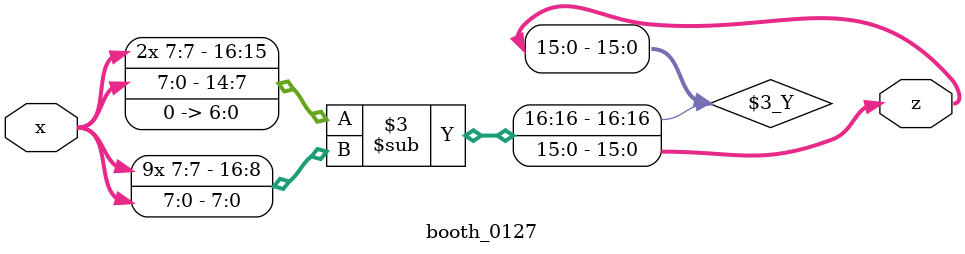
<source format=sv>
module booth__128
	#(parameter WIDTH = 8)
	(x, z);
	input signed [WIDTH-1:0] x;
	output [WIDTH*2-1:0] z;
	assign z = - (WIDTH*2)'((WIDTH*2+1)'(x) << 7);
endmodule

module booth__127
	#(parameter WIDTH = 8)
	(x, z);
	input signed [WIDTH-1:0] x;
	output [WIDTH*2-1:0] z;
	assign z = (WIDTH*2)'(((WIDTH*2+1)'(x) << 0) - ((WIDTH*2+1)'(x) << 7));
endmodule

module booth__126
	#(parameter WIDTH = 8)
	(x, z);
	input signed [WIDTH-1:0] x;
	output [WIDTH*2-1:0] z;
	assign z = (WIDTH*2)'(((WIDTH*2+1)'(x) << 1) - ((WIDTH*2+1)'(x) << 7));
endmodule

module booth__125
	#(parameter WIDTH = 8)
	(x, z);
	input signed [WIDTH-1:0] x;
	output [WIDTH*2-1:0] z;
	assign z = (WIDTH*2)'(((WIDTH*2+1)'(x) << 0) + ((WIDTH*2+1)'(x) << 1) - ((WIDTH*2+1)'(x) << 7));
endmodule

module booth__124
	#(parameter WIDTH = 8)
	(x, z);
	input signed [WIDTH-1:0] x;
	output [WIDTH*2-1:0] z;
	assign z = (WIDTH*2)'(((WIDTH*2+1)'(x) << 2) - ((WIDTH*2+1)'(x) << 7));
endmodule

module booth__123
	#(parameter WIDTH = 8)
	(x, z);
	input signed [WIDTH-1:0] x;
	output [WIDTH*2-1:0] z;
	assign z = (WIDTH*2)'(((WIDTH*2+1)'(x) << 0) + ((WIDTH*2+1)'(x) << 2) - ((WIDTH*2+1)'(x) << 7));
endmodule

module booth__122
	#(parameter WIDTH = 8)
	(x, z);
	input signed [WIDTH-1:0] x;
	output [WIDTH*2-1:0] z;
	assign z = (WIDTH*2)'(((WIDTH*2+1)'(x) << 1) + ((WIDTH*2+1)'(x) << 2) - ((WIDTH*2+1)'(x) << 7));
endmodule

module booth__121
	#(parameter WIDTH = 8)
	(x, z);
	input signed [WIDTH-1:0] x;
	output [WIDTH*2-1:0] z;
	assign z = (WIDTH*2)'(((WIDTH*2+1)'(x) << 3) - ((WIDTH*2+1)'(x) << 0) - ((WIDTH*2+1)'(x) << 7));
endmodule

module booth__120
	#(parameter WIDTH = 8)
	(x, z);
	input signed [WIDTH-1:0] x;
	output [WIDTH*2-1:0] z;
	assign z = (WIDTH*2)'(((WIDTH*2+1)'(x) << 3) - ((WIDTH*2+1)'(x) << 7));
endmodule

module booth__119
	#(parameter WIDTH = 8)
	(x, z);
	input signed [WIDTH-1:0] x;
	output [WIDTH*2-1:0] z;
	assign z = (WIDTH*2)'(((WIDTH*2+1)'(x) << 0) + ((WIDTH*2+1)'(x) << 3) - ((WIDTH*2+1)'(x) << 7));
endmodule

module booth__118
	#(parameter WIDTH = 8)
	(x, z);
	input signed [WIDTH-1:0] x;
	output [WIDTH*2-1:0] z;
	assign z = (WIDTH*2)'(((WIDTH*2+1)'(x) << 1) + ((WIDTH*2+1)'(x) << 3) - ((WIDTH*2+1)'(x) << 7));
endmodule

module booth__117
	#(parameter WIDTH = 8)
	(x, z);
	input signed [WIDTH-1:0] x;
	output [WIDTH*2-1:0] z;
	assign z = (WIDTH*2)'(((WIDTH*2+1)'(x) << 0) + ((WIDTH*2+1)'(x) << 1) + ((WIDTH*2+1)'(x) << 3) - ((WIDTH*2+1)'(x) << 7));
endmodule

module booth__116
	#(parameter WIDTH = 8)
	(x, z);
	input signed [WIDTH-1:0] x;
	output [WIDTH*2-1:0] z;
	assign z = (WIDTH*2)'(((WIDTH*2+1)'(x) << 2) + ((WIDTH*2+1)'(x) << 3) - ((WIDTH*2+1)'(x) << 7));
endmodule

module booth__115
	#(parameter WIDTH = 8)
	(x, z);
	input signed [WIDTH-1:0] x;
	output [WIDTH*2-1:0] z;
	assign z = (WIDTH*2)'(((WIDTH*2+1)'(x) << 0) + ((WIDTH*2+1)'(x) << 2) + ((WIDTH*2+1)'(x) << 3) - ((WIDTH*2+1)'(x) << 7));
endmodule

module booth__114
	#(parameter WIDTH = 8)
	(x, z);
	input signed [WIDTH-1:0] x;
	output [WIDTH*2-1:0] z;
	assign z = (WIDTH*2)'(((WIDTH*2+1)'(x) << 4) - ((WIDTH*2+1)'(x) << 1) - ((WIDTH*2+1)'(x) << 7));
endmodule

module booth__113
	#(parameter WIDTH = 8)
	(x, z);
	input signed [WIDTH-1:0] x;
	output [WIDTH*2-1:0] z;
	assign z = (WIDTH*2)'(((WIDTH*2+1)'(x) << 4) - ((WIDTH*2+1)'(x) << 0) - ((WIDTH*2+1)'(x) << 7));
endmodule

module booth__112
	#(parameter WIDTH = 8)
	(x, z);
	input signed [WIDTH-1:0] x;
	output [WIDTH*2-1:0] z;
	assign z = (WIDTH*2)'(((WIDTH*2+1)'(x) << 4) - ((WIDTH*2+1)'(x) << 7));
endmodule

module booth__111
	#(parameter WIDTH = 8)
	(x, z);
	input signed [WIDTH-1:0] x;
	output [WIDTH*2-1:0] z;
	assign z = (WIDTH*2)'(((WIDTH*2+1)'(x) << 0) + ((WIDTH*2+1)'(x) << 4) - ((WIDTH*2+1)'(x) << 7));
endmodule

module booth__110
	#(parameter WIDTH = 8)
	(x, z);
	input signed [WIDTH-1:0] x;
	output [WIDTH*2-1:0] z;
	assign z = (WIDTH*2)'(((WIDTH*2+1)'(x) << 1) + ((WIDTH*2+1)'(x) << 4) - ((WIDTH*2+1)'(x) << 7));
endmodule

module booth__109
	#(parameter WIDTH = 8)
	(x, z);
	input signed [WIDTH-1:0] x;
	output [WIDTH*2-1:0] z;
	assign z = (WIDTH*2)'(((WIDTH*2+1)'(x) << 0) + ((WIDTH*2+1)'(x) << 1) + ((WIDTH*2+1)'(x) << 4) - ((WIDTH*2+1)'(x) << 7));
endmodule

module booth__108
	#(parameter WIDTH = 8)
	(x, z);
	input signed [WIDTH-1:0] x;
	output [WIDTH*2-1:0] z;
	assign z = (WIDTH*2)'(((WIDTH*2+1)'(x) << 2) + ((WIDTH*2+1)'(x) << 4) - ((WIDTH*2+1)'(x) << 7));
endmodule

module booth__107
	#(parameter WIDTH = 8)
	(x, z);
	input signed [WIDTH-1:0] x;
	output [WIDTH*2-1:0] z;
	assign z = (WIDTH*2)'(((WIDTH*2+1)'(x) << 0) + ((WIDTH*2+1)'(x) << 2) + ((WIDTH*2+1)'(x) << 4) - ((WIDTH*2+1)'(x) << 7));
endmodule

module booth__106
	#(parameter WIDTH = 8)
	(x, z);
	input signed [WIDTH-1:0] x;
	output [WIDTH*2-1:0] z;
	assign z = (WIDTH*2)'(((WIDTH*2+1)'(x) << 1) + ((WIDTH*2+1)'(x) << 2) + ((WIDTH*2+1)'(x) << 4) - ((WIDTH*2+1)'(x) << 7));
endmodule

module booth__105
	#(parameter WIDTH = 8)
	(x, z);
	input signed [WIDTH-1:0] x;
	output [WIDTH*2-1:0] z;
	assign z = (WIDTH*2)'(((WIDTH*2+1)'(x) << 3) + ((WIDTH*2+1)'(x) << 4) - ((WIDTH*2+1)'(x) << 0) - ((WIDTH*2+1)'(x) << 7));
endmodule

module booth__104
	#(parameter WIDTH = 8)
	(x, z);
	input signed [WIDTH-1:0] x;
	output [WIDTH*2-1:0] z;
	assign z = (WIDTH*2)'(((WIDTH*2+1)'(x) << 3) + ((WIDTH*2+1)'(x) << 4) - ((WIDTH*2+1)'(x) << 7));
endmodule

module booth__103
	#(parameter WIDTH = 8)
	(x, z);
	input signed [WIDTH-1:0] x;
	output [WIDTH*2-1:0] z;
	assign z = (WIDTH*2)'(((WIDTH*2+1)'(x) << 0) + ((WIDTH*2+1)'(x) << 3) + ((WIDTH*2+1)'(x) << 4) - ((WIDTH*2+1)'(x) << 7));
endmodule

module booth__102
	#(parameter WIDTH = 8)
	(x, z);
	input signed [WIDTH-1:0] x;
	output [WIDTH*2-1:0] z;
	assign z = (WIDTH*2)'(((WIDTH*2+1)'(x) << 1) + ((WIDTH*2+1)'(x) << 3) + ((WIDTH*2+1)'(x) << 4) - ((WIDTH*2+1)'(x) << 7));
endmodule

module booth__101
	#(parameter WIDTH = 8)
	(x, z);
	input signed [WIDTH-1:0] x;
	output [WIDTH*2-1:0] z;
	assign z = (WIDTH*2)'(((WIDTH*2+1)'(x) << 5) - ((WIDTH*2+1)'(x) << 0) - ((WIDTH*2+1)'(x) << 2) - ((WIDTH*2+1)'(x) << 7));
endmodule

module booth__100
	#(parameter WIDTH = 8)
	(x, z);
	input signed [WIDTH-1:0] x;
	output [WIDTH*2-1:0] z;
	assign z = (WIDTH*2)'(((WIDTH*2+1)'(x) << 5) - ((WIDTH*2+1)'(x) << 2) - ((WIDTH*2+1)'(x) << 7));
endmodule

module booth__099
	#(parameter WIDTH = 8)
	(x, z);
	input signed [WIDTH-1:0] x;
	output [WIDTH*2-1:0] z;
	assign z = (WIDTH*2)'(((WIDTH*2+1)'(x) << 0) + ((WIDTH*2+1)'(x) << 5) - ((WIDTH*2+1)'(x) << 2) - ((WIDTH*2+1)'(x) << 7));
endmodule

module booth__098
	#(parameter WIDTH = 8)
	(x, z);
	input signed [WIDTH-1:0] x;
	output [WIDTH*2-1:0] z;
	assign z = (WIDTH*2)'(((WIDTH*2+1)'(x) << 5) - ((WIDTH*2+1)'(x) << 1) - ((WIDTH*2+1)'(x) << 7));
endmodule

module booth__097
	#(parameter WIDTH = 8)
	(x, z);
	input signed [WIDTH-1:0] x;
	output [WIDTH*2-1:0] z;
	assign z = (WIDTH*2)'(((WIDTH*2+1)'(x) << 5) - ((WIDTH*2+1)'(x) << 0) - ((WIDTH*2+1)'(x) << 7));
endmodule

module booth__096
	#(parameter WIDTH = 8)
	(x, z);
	input signed [WIDTH-1:0] x;
	output [WIDTH*2-1:0] z;
	assign z = (WIDTH*2)'(((WIDTH*2+1)'(x) << 5) - ((WIDTH*2+1)'(x) << 7));
endmodule

module booth__095
	#(parameter WIDTH = 8)
	(x, z);
	input signed [WIDTH-1:0] x;
	output [WIDTH*2-1:0] z;
	assign z = (WIDTH*2)'(((WIDTH*2+1)'(x) << 0) + ((WIDTH*2+1)'(x) << 5) - ((WIDTH*2+1)'(x) << 7));
endmodule

module booth__094
	#(parameter WIDTH = 8)
	(x, z);
	input signed [WIDTH-1:0] x;
	output [WIDTH*2-1:0] z;
	assign z = (WIDTH*2)'(((WIDTH*2+1)'(x) << 1) + ((WIDTH*2+1)'(x) << 5) - ((WIDTH*2+1)'(x) << 7));
endmodule

module booth__093
	#(parameter WIDTH = 8)
	(x, z);
	input signed [WIDTH-1:0] x;
	output [WIDTH*2-1:0] z;
	assign z = (WIDTH*2)'(((WIDTH*2+1)'(x) << 0) + ((WIDTH*2+1)'(x) << 1) + ((WIDTH*2+1)'(x) << 5) - ((WIDTH*2+1)'(x) << 7));
endmodule

module booth__092
	#(parameter WIDTH = 8)
	(x, z);
	input signed [WIDTH-1:0] x;
	output [WIDTH*2-1:0] z;
	assign z = (WIDTH*2)'(((WIDTH*2+1)'(x) << 2) + ((WIDTH*2+1)'(x) << 5) - ((WIDTH*2+1)'(x) << 7));
endmodule

module booth__091
	#(parameter WIDTH = 8)
	(x, z);
	input signed [WIDTH-1:0] x;
	output [WIDTH*2-1:0] z;
	assign z = (WIDTH*2)'(((WIDTH*2+1)'(x) << 0) + ((WIDTH*2+1)'(x) << 2) + ((WIDTH*2+1)'(x) << 5) - ((WIDTH*2+1)'(x) << 7));
endmodule

module booth__090
	#(parameter WIDTH = 8)
	(x, z);
	input signed [WIDTH-1:0] x;
	output [WIDTH*2-1:0] z;
	assign z = (WIDTH*2)'(((WIDTH*2+1)'(x) << 1) + ((WIDTH*2+1)'(x) << 2) + ((WIDTH*2+1)'(x) << 5) - ((WIDTH*2+1)'(x) << 7));
endmodule

module booth__089
	#(parameter WIDTH = 8)
	(x, z);
	input signed [WIDTH-1:0] x;
	output [WIDTH*2-1:0] z;
	assign z = (WIDTH*2)'(((WIDTH*2+1)'(x) << 3) + ((WIDTH*2+1)'(x) << 5) - ((WIDTH*2+1)'(x) << 0) - ((WIDTH*2+1)'(x) << 7));
endmodule

module booth__088
	#(parameter WIDTH = 8)
	(x, z);
	input signed [WIDTH-1:0] x;
	output [WIDTH*2-1:0] z;
	assign z = (WIDTH*2)'(((WIDTH*2+1)'(x) << 3) + ((WIDTH*2+1)'(x) << 5) - ((WIDTH*2+1)'(x) << 7));
endmodule

module booth__087
	#(parameter WIDTH = 8)
	(x, z);
	input signed [WIDTH-1:0] x;
	output [WIDTH*2-1:0] z;
	assign z = (WIDTH*2)'(((WIDTH*2+1)'(x) << 0) + ((WIDTH*2+1)'(x) << 3) + ((WIDTH*2+1)'(x) << 5) - ((WIDTH*2+1)'(x) << 7));
endmodule

module booth__086
	#(parameter WIDTH = 8)
	(x, z);
	input signed [WIDTH-1:0] x;
	output [WIDTH*2-1:0] z;
	assign z = (WIDTH*2)'(((WIDTH*2+1)'(x) << 1) + ((WIDTH*2+1)'(x) << 3) + ((WIDTH*2+1)'(x) << 5) - ((WIDTH*2+1)'(x) << 7));
endmodule

module booth__085
	#(parameter WIDTH = 8)
	(x, z);
	input signed [WIDTH-1:0] x;
	output [WIDTH*2-1:0] z;
	assign z = (WIDTH*2)'( - ((WIDTH*2+1)'(x) << 0) - ((WIDTH*2+1)'(x) << 2) - ((WIDTH*2+1)'(x) << 4) - ((WIDTH*2+1)'(x) << 6));
endmodule

module booth__084
	#(parameter WIDTH = 8)
	(x, z);
	input signed [WIDTH-1:0] x;
	output [WIDTH*2-1:0] z;
	assign z = (WIDTH*2)'( - ((WIDTH*2+1)'(x) << 2) - ((WIDTH*2+1)'(x) << 4) - ((WIDTH*2+1)'(x) << 6));
endmodule

module booth__083
	#(parameter WIDTH = 8)
	(x, z);
	input signed [WIDTH-1:0] x;
	output [WIDTH*2-1:0] z;
	assign z = (WIDTH*2)'(((WIDTH*2+1)'(x) << 0) - ((WIDTH*2+1)'(x) << 2) - ((WIDTH*2+1)'(x) << 4) - ((WIDTH*2+1)'(x) << 6));
endmodule

module booth__082
	#(parameter WIDTH = 8)
	(x, z);
	input signed [WIDTH-1:0] x;
	output [WIDTH*2-1:0] z;
	assign z = (WIDTH*2)'( - ((WIDTH*2+1)'(x) << 1) - ((WIDTH*2+1)'(x) << 4) - ((WIDTH*2+1)'(x) << 6));
endmodule

module booth__081
	#(parameter WIDTH = 8)
	(x, z);
	input signed [WIDTH-1:0] x;
	output [WIDTH*2-1:0] z;
	assign z = (WIDTH*2)'( - ((WIDTH*2+1)'(x) << 0) - ((WIDTH*2+1)'(x) << 4) - ((WIDTH*2+1)'(x) << 6));
endmodule

module booth__080
	#(parameter WIDTH = 8)
	(x, z);
	input signed [WIDTH-1:0] x;
	output [WIDTH*2-1:0] z;
	assign z = (WIDTH*2)'( - ((WIDTH*2+1)'(x) << 4) - ((WIDTH*2+1)'(x) << 6));
endmodule

module booth__079
	#(parameter WIDTH = 8)
	(x, z);
	input signed [WIDTH-1:0] x;
	output [WIDTH*2-1:0] z;
	assign z = (WIDTH*2)'(((WIDTH*2+1)'(x) << 0) - ((WIDTH*2+1)'(x) << 4) - ((WIDTH*2+1)'(x) << 6));
endmodule

module booth__078
	#(parameter WIDTH = 8)
	(x, z);
	input signed [WIDTH-1:0] x;
	output [WIDTH*2-1:0] z;
	assign z = (WIDTH*2)'(((WIDTH*2+1)'(x) << 1) - ((WIDTH*2+1)'(x) << 4) - ((WIDTH*2+1)'(x) << 6));
endmodule

module booth__077
	#(parameter WIDTH = 8)
	(x, z);
	input signed [WIDTH-1:0] x;
	output [WIDTH*2-1:0] z;
	assign z = (WIDTH*2)'(((WIDTH*2+1)'(x) << 0) + ((WIDTH*2+1)'(x) << 1) - ((WIDTH*2+1)'(x) << 4) - ((WIDTH*2+1)'(x) << 6));
endmodule

module booth__076
	#(parameter WIDTH = 8)
	(x, z);
	input signed [WIDTH-1:0] x;
	output [WIDTH*2-1:0] z;
	assign z = (WIDTH*2)'(((WIDTH*2+1)'(x) << 2) - ((WIDTH*2+1)'(x) << 4) - ((WIDTH*2+1)'(x) << 6));
endmodule

module booth__075
	#(parameter WIDTH = 8)
	(x, z);
	input signed [WIDTH-1:0] x;
	output [WIDTH*2-1:0] z;
	assign z = (WIDTH*2)'(((WIDTH*2+1)'(x) << 0) + ((WIDTH*2+1)'(x) << 2) - ((WIDTH*2+1)'(x) << 4) - ((WIDTH*2+1)'(x) << 6));
endmodule

module booth__074
	#(parameter WIDTH = 8)
	(x, z);
	input signed [WIDTH-1:0] x;
	output [WIDTH*2-1:0] z;
	assign z = (WIDTH*2)'( - ((WIDTH*2+1)'(x) << 1) - ((WIDTH*2+1)'(x) << 3) - ((WIDTH*2+1)'(x) << 6));
endmodule

module booth__073
	#(parameter WIDTH = 8)
	(x, z);
	input signed [WIDTH-1:0] x;
	output [WIDTH*2-1:0] z;
	assign z = (WIDTH*2)'( - ((WIDTH*2+1)'(x) << 0) - ((WIDTH*2+1)'(x) << 3) - ((WIDTH*2+1)'(x) << 6));
endmodule

module booth__072
	#(parameter WIDTH = 8)
	(x, z);
	input signed [WIDTH-1:0] x;
	output [WIDTH*2-1:0] z;
	assign z = (WIDTH*2)'( - ((WIDTH*2+1)'(x) << 3) - ((WIDTH*2+1)'(x) << 6));
endmodule

module booth__071
	#(parameter WIDTH = 8)
	(x, z);
	input signed [WIDTH-1:0] x;
	output [WIDTH*2-1:0] z;
	assign z = (WIDTH*2)'(((WIDTH*2+1)'(x) << 0) - ((WIDTH*2+1)'(x) << 3) - ((WIDTH*2+1)'(x) << 6));
endmodule

module booth__070
	#(parameter WIDTH = 8)
	(x, z);
	input signed [WIDTH-1:0] x;
	output [WIDTH*2-1:0] z;
	assign z = (WIDTH*2)'(((WIDTH*2+1)'(x) << 1) - ((WIDTH*2+1)'(x) << 3) - ((WIDTH*2+1)'(x) << 6));
endmodule

module booth__069
	#(parameter WIDTH = 8)
	(x, z);
	input signed [WIDTH-1:0] x;
	output [WIDTH*2-1:0] z;
	assign z = (WIDTH*2)'( - ((WIDTH*2+1)'(x) << 0) - ((WIDTH*2+1)'(x) << 2) - ((WIDTH*2+1)'(x) << 6));
endmodule

module booth__068
	#(parameter WIDTH = 8)
	(x, z);
	input signed [WIDTH-1:0] x;
	output [WIDTH*2-1:0] z;
	assign z = (WIDTH*2)'( - ((WIDTH*2+1)'(x) << 2) - ((WIDTH*2+1)'(x) << 6));
endmodule

module booth__067
	#(parameter WIDTH = 8)
	(x, z);
	input signed [WIDTH-1:0] x;
	output [WIDTH*2-1:0] z;
	assign z = (WIDTH*2)'(((WIDTH*2+1)'(x) << 0) - ((WIDTH*2+1)'(x) << 2) - ((WIDTH*2+1)'(x) << 6));
endmodule

module booth__066
	#(parameter WIDTH = 8)
	(x, z);
	input signed [WIDTH-1:0] x;
	output [WIDTH*2-1:0] z;
	assign z = (WIDTH*2)'( - ((WIDTH*2+1)'(x) << 1) - ((WIDTH*2+1)'(x) << 6));
endmodule

module booth__065
	#(parameter WIDTH = 8)
	(x, z);
	input signed [WIDTH-1:0] x;
	output [WIDTH*2-1:0] z;
	assign z = (WIDTH*2)'( - ((WIDTH*2+1)'(x) << 0) - ((WIDTH*2+1)'(x) << 6));
endmodule

module booth__064
	#(parameter WIDTH = 8)
	(x, z);
	input signed [WIDTH-1:0] x;
	output [WIDTH*2-1:0] z;
	assign z = - (WIDTH*2)'((WIDTH*2+1)'(x) << 6);
endmodule

module booth__063
	#(parameter WIDTH = 8)
	(x, z);
	input signed [WIDTH-1:0] x;
	output [WIDTH*2-1:0] z;
	assign z = (WIDTH*2)'(((WIDTH*2+1)'(x) << 0) - ((WIDTH*2+1)'(x) << 6));
endmodule

module booth__062
	#(parameter WIDTH = 8)
	(x, z);
	input signed [WIDTH-1:0] x;
	output [WIDTH*2-1:0] z;
	assign z = (WIDTH*2)'(((WIDTH*2+1)'(x) << 1) - ((WIDTH*2+1)'(x) << 6));
endmodule

module booth__061
	#(parameter WIDTH = 8)
	(x, z);
	input signed [WIDTH-1:0] x;
	output [WIDTH*2-1:0] z;
	assign z = (WIDTH*2)'(((WIDTH*2+1)'(x) << 0) + ((WIDTH*2+1)'(x) << 1) - ((WIDTH*2+1)'(x) << 6));
endmodule

module booth__060
	#(parameter WIDTH = 8)
	(x, z);
	input signed [WIDTH-1:0] x;
	output [WIDTH*2-1:0] z;
	assign z = (WIDTH*2)'(((WIDTH*2+1)'(x) << 2) - ((WIDTH*2+1)'(x) << 6));
endmodule

module booth__059
	#(parameter WIDTH = 8)
	(x, z);
	input signed [WIDTH-1:0] x;
	output [WIDTH*2-1:0] z;
	assign z = (WIDTH*2)'(((WIDTH*2+1)'(x) << 0) + ((WIDTH*2+1)'(x) << 2) - ((WIDTH*2+1)'(x) << 6));
endmodule

module booth__058
	#(parameter WIDTH = 8)
	(x, z);
	input signed [WIDTH-1:0] x;
	output [WIDTH*2-1:0] z;
	assign z = (WIDTH*2)'(((WIDTH*2+1)'(x) << 1) + ((WIDTH*2+1)'(x) << 2) - ((WIDTH*2+1)'(x) << 6));
endmodule

module booth__057
	#(parameter WIDTH = 8)
	(x, z);
	input signed [WIDTH-1:0] x;
	output [WIDTH*2-1:0] z;
	assign z = (WIDTH*2)'(((WIDTH*2+1)'(x) << 3) - ((WIDTH*2+1)'(x) << 0) - ((WIDTH*2+1)'(x) << 6));
endmodule

module booth__056
	#(parameter WIDTH = 8)
	(x, z);
	input signed [WIDTH-1:0] x;
	output [WIDTH*2-1:0] z;
	assign z = (WIDTH*2)'(((WIDTH*2+1)'(x) << 3) - ((WIDTH*2+1)'(x) << 6));
endmodule

module booth__055
	#(parameter WIDTH = 8)
	(x, z);
	input signed [WIDTH-1:0] x;
	output [WIDTH*2-1:0] z;
	assign z = (WIDTH*2)'(((WIDTH*2+1)'(x) << 0) + ((WIDTH*2+1)'(x) << 3) - ((WIDTH*2+1)'(x) << 6));
endmodule

module booth__054
	#(parameter WIDTH = 8)
	(x, z);
	input signed [WIDTH-1:0] x;
	output [WIDTH*2-1:0] z;
	assign z = (WIDTH*2)'(((WIDTH*2+1)'(x) << 1) + ((WIDTH*2+1)'(x) << 3) - ((WIDTH*2+1)'(x) << 6));
endmodule

module booth__053
	#(parameter WIDTH = 8)
	(x, z);
	input signed [WIDTH-1:0] x;
	output [WIDTH*2-1:0] z;
	assign z = (WIDTH*2)'(((WIDTH*2+1)'(x) << 0) + ((WIDTH*2+1)'(x) << 1) + ((WIDTH*2+1)'(x) << 3) - ((WIDTH*2+1)'(x) << 6));
endmodule

module booth__052
	#(parameter WIDTH = 8)
	(x, z);
	input signed [WIDTH-1:0] x;
	output [WIDTH*2-1:0] z;
	assign z = (WIDTH*2)'(((WIDTH*2+1)'(x) << 2) + ((WIDTH*2+1)'(x) << 3) - ((WIDTH*2+1)'(x) << 6));
endmodule

module booth__051
	#(parameter WIDTH = 8)
	(x, z);
	input signed [WIDTH-1:0] x;
	output [WIDTH*2-1:0] z;
	assign z = (WIDTH*2)'(((WIDTH*2+1)'(x) << 0) + ((WIDTH*2+1)'(x) << 2) + ((WIDTH*2+1)'(x) << 3) - ((WIDTH*2+1)'(x) << 6));
endmodule

module booth__050
	#(parameter WIDTH = 8)
	(x, z);
	input signed [WIDTH-1:0] x;
	output [WIDTH*2-1:0] z;
	assign z = (WIDTH*2)'(((WIDTH*2+1)'(x) << 4) - ((WIDTH*2+1)'(x) << 1) - ((WIDTH*2+1)'(x) << 6));
endmodule

module booth__049
	#(parameter WIDTH = 8)
	(x, z);
	input signed [WIDTH-1:0] x;
	output [WIDTH*2-1:0] z;
	assign z = (WIDTH*2)'(((WIDTH*2+1)'(x) << 4) - ((WIDTH*2+1)'(x) << 0) - ((WIDTH*2+1)'(x) << 6));
endmodule

module booth__048
	#(parameter WIDTH = 8)
	(x, z);
	input signed [WIDTH-1:0] x;
	output [WIDTH*2-1:0] z;
	assign z = (WIDTH*2)'(((WIDTH*2+1)'(x) << 4) - ((WIDTH*2+1)'(x) << 6));
endmodule

module booth__047
	#(parameter WIDTH = 8)
	(x, z);
	input signed [WIDTH-1:0] x;
	output [WIDTH*2-1:0] z;
	assign z = (WIDTH*2)'(((WIDTH*2+1)'(x) << 0) + ((WIDTH*2+1)'(x) << 4) - ((WIDTH*2+1)'(x) << 6));
endmodule

module booth__046
	#(parameter WIDTH = 8)
	(x, z);
	input signed [WIDTH-1:0] x;
	output [WIDTH*2-1:0] z;
	assign z = (WIDTH*2)'(((WIDTH*2+1)'(x) << 1) + ((WIDTH*2+1)'(x) << 4) - ((WIDTH*2+1)'(x) << 6));
endmodule

module booth__045
	#(parameter WIDTH = 8)
	(x, z);
	input signed [WIDTH-1:0] x;
	output [WIDTH*2-1:0] z;
	assign z = (WIDTH*2)'(((WIDTH*2+1)'(x) << 0) + ((WIDTH*2+1)'(x) << 1) + ((WIDTH*2+1)'(x) << 4) - ((WIDTH*2+1)'(x) << 6));
endmodule

module booth__044
	#(parameter WIDTH = 8)
	(x, z);
	input signed [WIDTH-1:0] x;
	output [WIDTH*2-1:0] z;
	assign z = (WIDTH*2)'(((WIDTH*2+1)'(x) << 2) + ((WIDTH*2+1)'(x) << 4) - ((WIDTH*2+1)'(x) << 6));
endmodule

module booth__043
	#(parameter WIDTH = 8)
	(x, z);
	input signed [WIDTH-1:0] x;
	output [WIDTH*2-1:0] z;
	assign z = (WIDTH*2)'(((WIDTH*2+1)'(x) << 0) + ((WIDTH*2+1)'(x) << 2) + ((WIDTH*2+1)'(x) << 4) - ((WIDTH*2+1)'(x) << 6));
endmodule

module booth__042
	#(parameter WIDTH = 8)
	(x, z);
	input signed [WIDTH-1:0] x;
	output [WIDTH*2-1:0] z;
	assign z = (WIDTH*2)'( - ((WIDTH*2+1)'(x) << 1) - ((WIDTH*2+1)'(x) << 3) - ((WIDTH*2+1)'(x) << 5));
endmodule

module booth__041
	#(parameter WIDTH = 8)
	(x, z);
	input signed [WIDTH-1:0] x;
	output [WIDTH*2-1:0] z;
	assign z = (WIDTH*2)'( - ((WIDTH*2+1)'(x) << 0) - ((WIDTH*2+1)'(x) << 3) - ((WIDTH*2+1)'(x) << 5));
endmodule

module booth__040
	#(parameter WIDTH = 8)
	(x, z);
	input signed [WIDTH-1:0] x;
	output [WIDTH*2-1:0] z;
	assign z = (WIDTH*2)'( - ((WIDTH*2+1)'(x) << 3) - ((WIDTH*2+1)'(x) << 5));
endmodule

module booth__039
	#(parameter WIDTH = 8)
	(x, z);
	input signed [WIDTH-1:0] x;
	output [WIDTH*2-1:0] z;
	assign z = (WIDTH*2)'(((WIDTH*2+1)'(x) << 0) - ((WIDTH*2+1)'(x) << 3) - ((WIDTH*2+1)'(x) << 5));
endmodule

module booth__038
	#(parameter WIDTH = 8)
	(x, z);
	input signed [WIDTH-1:0] x;
	output [WIDTH*2-1:0] z;
	assign z = (WIDTH*2)'(((WIDTH*2+1)'(x) << 1) - ((WIDTH*2+1)'(x) << 3) - ((WIDTH*2+1)'(x) << 5));
endmodule

module booth__037
	#(parameter WIDTH = 8)
	(x, z);
	input signed [WIDTH-1:0] x;
	output [WIDTH*2-1:0] z;
	assign z = (WIDTH*2)'( - ((WIDTH*2+1)'(x) << 0) - ((WIDTH*2+1)'(x) << 2) - ((WIDTH*2+1)'(x) << 5));
endmodule

module booth__036
	#(parameter WIDTH = 8)
	(x, z);
	input signed [WIDTH-1:0] x;
	output [WIDTH*2-1:0] z;
	assign z = (WIDTH*2)'( - ((WIDTH*2+1)'(x) << 2) - ((WIDTH*2+1)'(x) << 5));
endmodule

module booth__035
	#(parameter WIDTH = 8)
	(x, z);
	input signed [WIDTH-1:0] x;
	output [WIDTH*2-1:0] z;
	assign z = (WIDTH*2)'(((WIDTH*2+1)'(x) << 0) - ((WIDTH*2+1)'(x) << 2) - ((WIDTH*2+1)'(x) << 5));
endmodule

module booth__034
	#(parameter WIDTH = 8)
	(x, z);
	input signed [WIDTH-1:0] x;
	output [WIDTH*2-1:0] z;
	assign z = (WIDTH*2)'( - ((WIDTH*2+1)'(x) << 1) - ((WIDTH*2+1)'(x) << 5));
endmodule

module booth__033
	#(parameter WIDTH = 8)
	(x, z);
	input signed [WIDTH-1:0] x;
	output [WIDTH*2-1:0] z;
	assign z = (WIDTH*2)'( - ((WIDTH*2+1)'(x) << 0) - ((WIDTH*2+1)'(x) << 5));
endmodule

module booth__032
	#(parameter WIDTH = 8)
	(x, z);
	input signed [WIDTH-1:0] x;
	output [WIDTH*2-1:0] z;
	assign z = - (WIDTH*2)'((WIDTH*2+1)'(x) << 5);
endmodule

module booth__031
	#(parameter WIDTH = 8)
	(x, z);
	input signed [WIDTH-1:0] x;
	output [WIDTH*2-1:0] z;
	assign z = (WIDTH*2)'(((WIDTH*2+1)'(x) << 0) - ((WIDTH*2+1)'(x) << 5));
endmodule

module booth__030
	#(parameter WIDTH = 8)
	(x, z);
	input signed [WIDTH-1:0] x;
	output [WIDTH*2-1:0] z;
	assign z = (WIDTH*2)'(((WIDTH*2+1)'(x) << 1) - ((WIDTH*2+1)'(x) << 5));
endmodule

module booth__029
	#(parameter WIDTH = 8)
	(x, z);
	input signed [WIDTH-1:0] x;
	output [WIDTH*2-1:0] z;
	assign z = (WIDTH*2)'(((WIDTH*2+1)'(x) << 0) + ((WIDTH*2+1)'(x) << 1) - ((WIDTH*2+1)'(x) << 5));
endmodule

module booth__028
	#(parameter WIDTH = 8)
	(x, z);
	input signed [WIDTH-1:0] x;
	output [WIDTH*2-1:0] z;
	assign z = (WIDTH*2)'(((WIDTH*2+1)'(x) << 2) - ((WIDTH*2+1)'(x) << 5));
endmodule

module booth__027
	#(parameter WIDTH = 8)
	(x, z);
	input signed [WIDTH-1:0] x;
	output [WIDTH*2-1:0] z;
	assign z = (WIDTH*2)'(((WIDTH*2+1)'(x) << 0) + ((WIDTH*2+1)'(x) << 2) - ((WIDTH*2+1)'(x) << 5));
endmodule

module booth__026
	#(parameter WIDTH = 8)
	(x, z);
	input signed [WIDTH-1:0] x;
	output [WIDTH*2-1:0] z;
	assign z = (WIDTH*2)'(((WIDTH*2+1)'(x) << 1) + ((WIDTH*2+1)'(x) << 2) - ((WIDTH*2+1)'(x) << 5));
endmodule

module booth__025
	#(parameter WIDTH = 8)
	(x, z);
	input signed [WIDTH-1:0] x;
	output [WIDTH*2-1:0] z;
	assign z = (WIDTH*2)'(((WIDTH*2+1)'(x) << 3) - ((WIDTH*2+1)'(x) << 0) - ((WIDTH*2+1)'(x) << 5));
endmodule

module booth__024
	#(parameter WIDTH = 8)
	(x, z);
	input signed [WIDTH-1:0] x;
	output [WIDTH*2-1:0] z;
	assign z = (WIDTH*2)'(((WIDTH*2+1)'(x) << 3) - ((WIDTH*2+1)'(x) << 5));
endmodule

module booth__023
	#(parameter WIDTH = 8)
	(x, z);
	input signed [WIDTH-1:0] x;
	output [WIDTH*2-1:0] z;
	assign z = (WIDTH*2)'(((WIDTH*2+1)'(x) << 0) + ((WIDTH*2+1)'(x) << 3) - ((WIDTH*2+1)'(x) << 5));
endmodule

module booth__022
	#(parameter WIDTH = 8)
	(x, z);
	input signed [WIDTH-1:0] x;
	output [WIDTH*2-1:0] z;
	assign z = (WIDTH*2)'(((WIDTH*2+1)'(x) << 1) + ((WIDTH*2+1)'(x) << 3) - ((WIDTH*2+1)'(x) << 5));
endmodule

module booth__021
	#(parameter WIDTH = 8)
	(x, z);
	input signed [WIDTH-1:0] x;
	output [WIDTH*2-1:0] z;
	assign z = (WIDTH*2)'( - ((WIDTH*2+1)'(x) << 0) - ((WIDTH*2+1)'(x) << 2) - ((WIDTH*2+1)'(x) << 4));
endmodule

module booth__020
	#(parameter WIDTH = 8)
	(x, z);
	input signed [WIDTH-1:0] x;
	output [WIDTH*2-1:0] z;
	assign z = (WIDTH*2)'( - ((WIDTH*2+1)'(x) << 2) - ((WIDTH*2+1)'(x) << 4));
endmodule

module booth__019
	#(parameter WIDTH = 8)
	(x, z);
	input signed [WIDTH-1:0] x;
	output [WIDTH*2-1:0] z;
	assign z = (WIDTH*2)'(((WIDTH*2+1)'(x) << 0) - ((WIDTH*2+1)'(x) << 2) - ((WIDTH*2+1)'(x) << 4));
endmodule

module booth__018
	#(parameter WIDTH = 8)
	(x, z);
	input signed [WIDTH-1:0] x;
	output [WIDTH*2-1:0] z;
	assign z = (WIDTH*2)'( - ((WIDTH*2+1)'(x) << 1) - ((WIDTH*2+1)'(x) << 4));
endmodule

module booth__017
	#(parameter WIDTH = 8)
	(x, z);
	input signed [WIDTH-1:0] x;
	output [WIDTH*2-1:0] z;
	assign z = (WIDTH*2)'( - ((WIDTH*2+1)'(x) << 0) - ((WIDTH*2+1)'(x) << 4));
endmodule

module booth__016
	#(parameter WIDTH = 8)
	(x, z);
	input signed [WIDTH-1:0] x;
	output [WIDTH*2-1:0] z;
	assign z = - (WIDTH*2)'((WIDTH*2+1)'(x) << 4);
endmodule

module booth__015
	#(parameter WIDTH = 8)
	(x, z);
	input signed [WIDTH-1:0] x;
	output [WIDTH*2-1:0] z;
	assign z = (WIDTH*2)'(((WIDTH*2+1)'(x) << 0) - ((WIDTH*2+1)'(x) << 4));
endmodule

module booth__014
	#(parameter WIDTH = 8)
	(x, z);
	input signed [WIDTH-1:0] x;
	output [WIDTH*2-1:0] z;
	assign z = (WIDTH*2)'(((WIDTH*2+1)'(x) << 1) - ((WIDTH*2+1)'(x) << 4));
endmodule

module booth__013
	#(parameter WIDTH = 8)
	(x, z);
	input signed [WIDTH-1:0] x;
	output [WIDTH*2-1:0] z;
	assign z = (WIDTH*2)'(((WIDTH*2+1)'(x) << 0) + ((WIDTH*2+1)'(x) << 1) - ((WIDTH*2+1)'(x) << 4));
endmodule

module booth__012
	#(parameter WIDTH = 8)
	(x, z);
	input signed [WIDTH-1:0] x;
	output [WIDTH*2-1:0] z;
	assign z = (WIDTH*2)'(((WIDTH*2+1)'(x) << 2) - ((WIDTH*2+1)'(x) << 4));
endmodule

module booth__011
	#(parameter WIDTH = 8)
	(x, z);
	input signed [WIDTH-1:0] x;
	output [WIDTH*2-1:0] z;
	assign z = (WIDTH*2)'(((WIDTH*2+1)'(x) << 0) + ((WIDTH*2+1)'(x) << 2) - ((WIDTH*2+1)'(x) << 4));
endmodule

module booth__010
	#(parameter WIDTH = 8)
	(x, z);
	input signed [WIDTH-1:0] x;
	output [WIDTH*2-1:0] z;
	assign z = (WIDTH*2)'( - ((WIDTH*2+1)'(x) << 1) - ((WIDTH*2+1)'(x) << 3));
endmodule

module booth__009
	#(parameter WIDTH = 8)
	(x, z);
	input signed [WIDTH-1:0] x;
	output [WIDTH*2-1:0] z;
	assign z = (WIDTH*2)'( - ((WIDTH*2+1)'(x) << 0) - ((WIDTH*2+1)'(x) << 3));
endmodule

module booth__008
	#(parameter WIDTH = 8)
	(x, z);
	input signed [WIDTH-1:0] x;
	output [WIDTH*2-1:0] z;
	assign z = - (WIDTH*2)'((WIDTH*2+1)'(x) << 3);
endmodule

module booth__007
	#(parameter WIDTH = 8)
	(x, z);
	input signed [WIDTH-1:0] x;
	output [WIDTH*2-1:0] z;
	assign z = (WIDTH*2)'(((WIDTH*2+1)'(x) << 0) - ((WIDTH*2+1)'(x) << 3));
endmodule

module booth__006
	#(parameter WIDTH = 8)
	(x, z);
	input signed [WIDTH-1:0] x;
	output [WIDTH*2-1:0] z;
	assign z = (WIDTH*2)'(((WIDTH*2+1)'(x) << 1) - ((WIDTH*2+1)'(x) << 3));
endmodule

module booth__005
	#(parameter WIDTH = 8)
	(x, z);
	input signed [WIDTH-1:0] x;
	output [WIDTH*2-1:0] z;
	assign z = (WIDTH*2)'( - ((WIDTH*2+1)'(x) << 0) - ((WIDTH*2+1)'(x) << 2));
endmodule

module booth__004
	#(parameter WIDTH = 8)
	(x, z);
	input signed [WIDTH-1:0] x;
	output [WIDTH*2-1:0] z;
	assign z = - (WIDTH*2)'((WIDTH*2+1)'(x) << 2);
endmodule

module booth__003
	#(parameter WIDTH = 8)
	(x, z);
	input signed [WIDTH-1:0] x;
	output [WIDTH*2-1:0] z;
	assign z = (WIDTH*2)'(((WIDTH*2+1)'(x) << 0) - ((WIDTH*2+1)'(x) << 2));
endmodule

module booth__002
	#(parameter WIDTH = 8)
	(x, z);
	input signed [WIDTH-1:0] x;
	output [WIDTH*2-1:0] z;
	assign z = - (WIDTH*2)'((WIDTH*2+1)'(x) << 1);
endmodule

module booth__001
	#(parameter WIDTH = 8)
	(x, z);
	input signed [WIDTH-1:0] x;
	output [WIDTH*2-1:0] z;
	assign z = - (WIDTH*2)'((WIDTH*2+1)'(x) << 0);
endmodule

module booth_0000
	#(parameter WIDTH = 8)
	(x, z);
	input signed [WIDTH-1:0] x;
	output [WIDTH*2-1:0] z;
	assign z = 16'h0;
endmodule

module booth_0001
	#(parameter WIDTH = 8)
	(x, z);
	input signed [WIDTH-1:0] x;
	output [WIDTH*2-1:0] z;
	assign z = (WIDTH*2)'((WIDTH*2+1)'(x) << 0);
endmodule

module booth_0002
	#(parameter WIDTH = 8)
	(x, z);
	input signed [WIDTH-1:0] x;
	output [WIDTH*2-1:0] z;
	assign z = (WIDTH*2)'((WIDTH*2+1)'(x) << 1);
endmodule

module booth_0003
	#(parameter WIDTH = 8)
	(x, z);
	input signed [WIDTH-1:0] x;
	output [WIDTH*2-1:0] z;
	assign z = (WIDTH*2)'(((WIDTH*2+1)'(x) << 0) + ((WIDTH*2+1)'(x) << 1));
endmodule

module booth_0004
	#(parameter WIDTH = 8)
	(x, z);
	input signed [WIDTH-1:0] x;
	output [WIDTH*2-1:0] z;
	assign z = (WIDTH*2)'((WIDTH*2+1)'(x) << 2);
endmodule

module booth_0005
	#(parameter WIDTH = 8)
	(x, z);
	input signed [WIDTH-1:0] x;
	output [WIDTH*2-1:0] z;
	assign z = (WIDTH*2)'(((WIDTH*2+1)'(x) << 0) + ((WIDTH*2+1)'(x) << 2));
endmodule

module booth_0006
	#(parameter WIDTH = 8)
	(x, z);
	input signed [WIDTH-1:0] x;
	output [WIDTH*2-1:0] z;
	assign z = (WIDTH*2)'(((WIDTH*2+1)'(x) << 1) + ((WIDTH*2+1)'(x) << 2));
endmodule

module booth_0007
	#(parameter WIDTH = 8)
	(x, z);
	input signed [WIDTH-1:0] x;
	output [WIDTH*2-1:0] z;
	assign z = (WIDTH*2)'(((WIDTH*2+1)'(x) << 3) - ((WIDTH*2+1)'(x) << 0));
endmodule

module booth_0008
	#(parameter WIDTH = 8)
	(x, z);
	input signed [WIDTH-1:0] x;
	output [WIDTH*2-1:0] z;
	assign z = (WIDTH*2)'((WIDTH*2+1)'(x) << 3);
endmodule

module booth_0009
	#(parameter WIDTH = 8)
	(x, z);
	input signed [WIDTH-1:0] x;
	output [WIDTH*2-1:0] z;
	assign z = (WIDTH*2)'(((WIDTH*2+1)'(x) << 0) + ((WIDTH*2+1)'(x) << 3));
endmodule

module booth_0010
	#(parameter WIDTH = 8)
	(x, z);
	input signed [WIDTH-1:0] x;
	output [WIDTH*2-1:0] z;
	assign z = (WIDTH*2)'(((WIDTH*2+1)'(x) << 1) + ((WIDTH*2+1)'(x) << 3));
endmodule

module booth_0011
	#(parameter WIDTH = 8)
	(x, z);
	input signed [WIDTH-1:0] x;
	output [WIDTH*2-1:0] z;
	assign z = (WIDTH*2)'(((WIDTH*2+1)'(x) << 0) + ((WIDTH*2+1)'(x) << 1) + ((WIDTH*2+1)'(x) << 3));
endmodule

module booth_0012
	#(parameter WIDTH = 8)
	(x, z);
	input signed [WIDTH-1:0] x;
	output [WIDTH*2-1:0] z;
	assign z = (WIDTH*2)'(((WIDTH*2+1)'(x) << 2) + ((WIDTH*2+1)'(x) << 3));
endmodule

module booth_0013
	#(parameter WIDTH = 8)
	(x, z);
	input signed [WIDTH-1:0] x;
	output [WIDTH*2-1:0] z;
	assign z = (WIDTH*2)'(((WIDTH*2+1)'(x) << 0) + ((WIDTH*2+1)'(x) << 2) + ((WIDTH*2+1)'(x) << 3));
endmodule

module booth_0014
	#(parameter WIDTH = 8)
	(x, z);
	input signed [WIDTH-1:0] x;
	output [WIDTH*2-1:0] z;
	assign z = (WIDTH*2)'(((WIDTH*2+1)'(x) << 4) - ((WIDTH*2+1)'(x) << 1));
endmodule

module booth_0015
	#(parameter WIDTH = 8)
	(x, z);
	input signed [WIDTH-1:0] x;
	output [WIDTH*2-1:0] z;
	assign z = (WIDTH*2)'(((WIDTH*2+1)'(x) << 4) - ((WIDTH*2+1)'(x) << 0));
endmodule

module booth_0016
	#(parameter WIDTH = 8)
	(x, z);
	input signed [WIDTH-1:0] x;
	output [WIDTH*2-1:0] z;
	assign z = (WIDTH*2)'((WIDTH*2+1)'(x) << 4);
endmodule

module booth_0017
	#(parameter WIDTH = 8)
	(x, z);
	input signed [WIDTH-1:0] x;
	output [WIDTH*2-1:0] z;
	assign z = (WIDTH*2)'(((WIDTH*2+1)'(x) << 0) + ((WIDTH*2+1)'(x) << 4));
endmodule

module booth_0018
	#(parameter WIDTH = 8)
	(x, z);
	input signed [WIDTH-1:0] x;
	output [WIDTH*2-1:0] z;
	assign z = (WIDTH*2)'(((WIDTH*2+1)'(x) << 1) + ((WIDTH*2+1)'(x) << 4));
endmodule

module booth_0019
	#(parameter WIDTH = 8)
	(x, z);
	input signed [WIDTH-1:0] x;
	output [WIDTH*2-1:0] z;
	assign z = (WIDTH*2)'(((WIDTH*2+1)'(x) << 0) + ((WIDTH*2+1)'(x) << 1) + ((WIDTH*2+1)'(x) << 4));
endmodule

module booth_0020
	#(parameter WIDTH = 8)
	(x, z);
	input signed [WIDTH-1:0] x;
	output [WIDTH*2-1:0] z;
	assign z = (WIDTH*2)'(((WIDTH*2+1)'(x) << 2) + ((WIDTH*2+1)'(x) << 4));
endmodule

module booth_0021
	#(parameter WIDTH = 8)
	(x, z);
	input signed [WIDTH-1:0] x;
	output [WIDTH*2-1:0] z;
	assign z = (WIDTH*2)'(((WIDTH*2+1)'(x) << 0) + ((WIDTH*2+1)'(x) << 2) + ((WIDTH*2+1)'(x) << 4));
endmodule

module booth_0022
	#(parameter WIDTH = 8)
	(x, z);
	input signed [WIDTH-1:0] x;
	output [WIDTH*2-1:0] z;
	assign z = (WIDTH*2)'(((WIDTH*2+1)'(x) << 1) + ((WIDTH*2+1)'(x) << 2) + ((WIDTH*2+1)'(x) << 4));
endmodule

module booth_0023
	#(parameter WIDTH = 8)
	(x, z);
	input signed [WIDTH-1:0] x;
	output [WIDTH*2-1:0] z;
	assign z = (WIDTH*2)'(((WIDTH*2+1)'(x) << 3) + ((WIDTH*2+1)'(x) << 4) - ((WIDTH*2+1)'(x) << 0));
endmodule

module booth_0024
	#(parameter WIDTH = 8)
	(x, z);
	input signed [WIDTH-1:0] x;
	output [WIDTH*2-1:0] z;
	assign z = (WIDTH*2)'(((WIDTH*2+1)'(x) << 3) + ((WIDTH*2+1)'(x) << 4));
endmodule

module booth_0025
	#(parameter WIDTH = 8)
	(x, z);
	input signed [WIDTH-1:0] x;
	output [WIDTH*2-1:0] z;
	assign z = (WIDTH*2)'(((WIDTH*2+1)'(x) << 0) + ((WIDTH*2+1)'(x) << 3) + ((WIDTH*2+1)'(x) << 4));
endmodule

module booth_0026
	#(parameter WIDTH = 8)
	(x, z);
	input signed [WIDTH-1:0] x;
	output [WIDTH*2-1:0] z;
	assign z = (WIDTH*2)'(((WIDTH*2+1)'(x) << 1) + ((WIDTH*2+1)'(x) << 3) + ((WIDTH*2+1)'(x) << 4));
endmodule

module booth_0027
	#(parameter WIDTH = 8)
	(x, z);
	input signed [WIDTH-1:0] x;
	output [WIDTH*2-1:0] z;
	assign z = (WIDTH*2)'(((WIDTH*2+1)'(x) << 5) - ((WIDTH*2+1)'(x) << 0) - ((WIDTH*2+1)'(x) << 2));
endmodule

module booth_0028
	#(parameter WIDTH = 8)
	(x, z);
	input signed [WIDTH-1:0] x;
	output [WIDTH*2-1:0] z;
	assign z = (WIDTH*2)'(((WIDTH*2+1)'(x) << 5) - ((WIDTH*2+1)'(x) << 2));
endmodule

module booth_0029
	#(parameter WIDTH = 8)
	(x, z);
	input signed [WIDTH-1:0] x;
	output [WIDTH*2-1:0] z;
	assign z = (WIDTH*2)'(((WIDTH*2+1)'(x) << 0) + ((WIDTH*2+1)'(x) << 5) - ((WIDTH*2+1)'(x) << 2));
endmodule

module booth_0030
	#(parameter WIDTH = 8)
	(x, z);
	input signed [WIDTH-1:0] x;
	output [WIDTH*2-1:0] z;
	assign z = (WIDTH*2)'(((WIDTH*2+1)'(x) << 5) - ((WIDTH*2+1)'(x) << 1));
endmodule

module booth_0031
	#(parameter WIDTH = 8)
	(x, z);
	input signed [WIDTH-1:0] x;
	output [WIDTH*2-1:0] z;
	assign z = (WIDTH*2)'(((WIDTH*2+1)'(x) << 5) - ((WIDTH*2+1)'(x) << 0));
endmodule

module booth_0032
	#(parameter WIDTH = 8)
	(x, z);
	input signed [WIDTH-1:0] x;
	output [WIDTH*2-1:0] z;
	assign z = (WIDTH*2)'((WIDTH*2+1)'(x) << 5);
endmodule

module booth_0033
	#(parameter WIDTH = 8)
	(x, z);
	input signed [WIDTH-1:0] x;
	output [WIDTH*2-1:0] z;
	assign z = (WIDTH*2)'(((WIDTH*2+1)'(x) << 0) + ((WIDTH*2+1)'(x) << 5));
endmodule

module booth_0034
	#(parameter WIDTH = 8)
	(x, z);
	input signed [WIDTH-1:0] x;
	output [WIDTH*2-1:0] z;
	assign z = (WIDTH*2)'(((WIDTH*2+1)'(x) << 1) + ((WIDTH*2+1)'(x) << 5));
endmodule

module booth_0035
	#(parameter WIDTH = 8)
	(x, z);
	input signed [WIDTH-1:0] x;
	output [WIDTH*2-1:0] z;
	assign z = (WIDTH*2)'(((WIDTH*2+1)'(x) << 0) + ((WIDTH*2+1)'(x) << 1) + ((WIDTH*2+1)'(x) << 5));
endmodule

module booth_0036
	#(parameter WIDTH = 8)
	(x, z);
	input signed [WIDTH-1:0] x;
	output [WIDTH*2-1:0] z;
	assign z = (WIDTH*2)'(((WIDTH*2+1)'(x) << 2) + ((WIDTH*2+1)'(x) << 5));
endmodule

module booth_0037
	#(parameter WIDTH = 8)
	(x, z);
	input signed [WIDTH-1:0] x;
	output [WIDTH*2-1:0] z;
	assign z = (WIDTH*2)'(((WIDTH*2+1)'(x) << 0) + ((WIDTH*2+1)'(x) << 2) + ((WIDTH*2+1)'(x) << 5));
endmodule

module booth_0038
	#(parameter WIDTH = 8)
	(x, z);
	input signed [WIDTH-1:0] x;
	output [WIDTH*2-1:0] z;
	assign z = (WIDTH*2)'(((WIDTH*2+1)'(x) << 1) + ((WIDTH*2+1)'(x) << 2) + ((WIDTH*2+1)'(x) << 5));
endmodule

module booth_0039
	#(parameter WIDTH = 8)
	(x, z);
	input signed [WIDTH-1:0] x;
	output [WIDTH*2-1:0] z;
	assign z = (WIDTH*2)'(((WIDTH*2+1)'(x) << 3) + ((WIDTH*2+1)'(x) << 5) - ((WIDTH*2+1)'(x) << 0));
endmodule

module booth_0040
	#(parameter WIDTH = 8)
	(x, z);
	input signed [WIDTH-1:0] x;
	output [WIDTH*2-1:0] z;
	assign z = (WIDTH*2)'(((WIDTH*2+1)'(x) << 3) + ((WIDTH*2+1)'(x) << 5));
endmodule

module booth_0041
	#(parameter WIDTH = 8)
	(x, z);
	input signed [WIDTH-1:0] x;
	output [WIDTH*2-1:0] z;
	assign z = (WIDTH*2)'(((WIDTH*2+1)'(x) << 0) + ((WIDTH*2+1)'(x) << 3) + ((WIDTH*2+1)'(x) << 5));
endmodule

module booth_0042
	#(parameter WIDTH = 8)
	(x, z);
	input signed [WIDTH-1:0] x;
	output [WIDTH*2-1:0] z;
	assign z = (WIDTH*2)'(((WIDTH*2+1)'(x) << 1) + ((WIDTH*2+1)'(x) << 3) + ((WIDTH*2+1)'(x) << 5));
endmodule

module booth_0043
	#(parameter WIDTH = 8)
	(x, z);
	input signed [WIDTH-1:0] x;
	output [WIDTH*2-1:0] z;
	assign z = (WIDTH*2)'(((WIDTH*2+1)'(x) << 0) + ((WIDTH*2+1)'(x) << 1) + ((WIDTH*2+1)'(x) << 3) + ((WIDTH*2+1)'(x) << 5));
endmodule

module booth_0044
	#(parameter WIDTH = 8)
	(x, z);
	input signed [WIDTH-1:0] x;
	output [WIDTH*2-1:0] z;
	assign z = (WIDTH*2)'(((WIDTH*2+1)'(x) << 2) + ((WIDTH*2+1)'(x) << 3) + ((WIDTH*2+1)'(x) << 5));
endmodule

module booth_0045
	#(parameter WIDTH = 8)
	(x, z);
	input signed [WIDTH-1:0] x;
	output [WIDTH*2-1:0] z;
	assign z = (WIDTH*2)'(((WIDTH*2+1)'(x) << 0) + ((WIDTH*2+1)'(x) << 2) + ((WIDTH*2+1)'(x) << 3) + ((WIDTH*2+1)'(x) << 5));
endmodule

module booth_0046
	#(parameter WIDTH = 8)
	(x, z);
	input signed [WIDTH-1:0] x;
	output [WIDTH*2-1:0] z;
	assign z = (WIDTH*2)'(((WIDTH*2+1)'(x) << 4) + ((WIDTH*2+1)'(x) << 5) - ((WIDTH*2+1)'(x) << 1));
endmodule

module booth_0047
	#(parameter WIDTH = 8)
	(x, z);
	input signed [WIDTH-1:0] x;
	output [WIDTH*2-1:0] z;
	assign z = (WIDTH*2)'(((WIDTH*2+1)'(x) << 4) + ((WIDTH*2+1)'(x) << 5) - ((WIDTH*2+1)'(x) << 0));
endmodule

module booth_0048
	#(parameter WIDTH = 8)
	(x, z);
	input signed [WIDTH-1:0] x;
	output [WIDTH*2-1:0] z;
	assign z = (WIDTH*2)'(((WIDTH*2+1)'(x) << 4) + ((WIDTH*2+1)'(x) << 5));
endmodule

module booth_0049
	#(parameter WIDTH = 8)
	(x, z);
	input signed [WIDTH-1:0] x;
	output [WIDTH*2-1:0] z;
	assign z = (WIDTH*2)'(((WIDTH*2+1)'(x) << 0) + ((WIDTH*2+1)'(x) << 4) + ((WIDTH*2+1)'(x) << 5));
endmodule

module booth_0050
	#(parameter WIDTH = 8)
	(x, z);
	input signed [WIDTH-1:0] x;
	output [WIDTH*2-1:0] z;
	assign z = (WIDTH*2)'(((WIDTH*2+1)'(x) << 1) + ((WIDTH*2+1)'(x) << 4) + ((WIDTH*2+1)'(x) << 5));
endmodule

module booth_0051
	#(parameter WIDTH = 8)
	(x, z);
	input signed [WIDTH-1:0] x;
	output [WIDTH*2-1:0] z;
	assign z = (WIDTH*2)'(((WIDTH*2+1)'(x) << 0) + ((WIDTH*2+1)'(x) << 1) + ((WIDTH*2+1)'(x) << 4) + ((WIDTH*2+1)'(x) << 5));
endmodule

module booth_0052
	#(parameter WIDTH = 8)
	(x, z);
	input signed [WIDTH-1:0] x;
	output [WIDTH*2-1:0] z;
	assign z = (WIDTH*2)'(((WIDTH*2+1)'(x) << 2) + ((WIDTH*2+1)'(x) << 4) + ((WIDTH*2+1)'(x) << 5));
endmodule

module booth_0053
	#(parameter WIDTH = 8)
	(x, z);
	input signed [WIDTH-1:0] x;
	output [WIDTH*2-1:0] z;
	assign z = (WIDTH*2)'(((WIDTH*2+1)'(x) << 0) + ((WIDTH*2+1)'(x) << 2) + ((WIDTH*2+1)'(x) << 4) + ((WIDTH*2+1)'(x) << 5));
endmodule

module booth_0054
	#(parameter WIDTH = 8)
	(x, z);
	input signed [WIDTH-1:0] x;
	output [WIDTH*2-1:0] z;
	assign z = (WIDTH*2)'(((WIDTH*2+1)'(x) << 6) - ((WIDTH*2+1)'(x) << 1) - ((WIDTH*2+1)'(x) << 3));
endmodule

module booth_0055
	#(parameter WIDTH = 8)
	(x, z);
	input signed [WIDTH-1:0] x;
	output [WIDTH*2-1:0] z;
	assign z = (WIDTH*2)'(((WIDTH*2+1)'(x) << 6) - ((WIDTH*2+1)'(x) << 0) - ((WIDTH*2+1)'(x) << 3));
endmodule

module booth_0056
	#(parameter WIDTH = 8)
	(x, z);
	input signed [WIDTH-1:0] x;
	output [WIDTH*2-1:0] z;
	assign z = (WIDTH*2)'(((WIDTH*2+1)'(x) << 6) - ((WIDTH*2+1)'(x) << 3));
endmodule

module booth_0057
	#(parameter WIDTH = 8)
	(x, z);
	input signed [WIDTH-1:0] x;
	output [WIDTH*2-1:0] z;
	assign z = (WIDTH*2)'(((WIDTH*2+1)'(x) << 0) + ((WIDTH*2+1)'(x) << 6) - ((WIDTH*2+1)'(x) << 3));
endmodule

module booth_0058
	#(parameter WIDTH = 8)
	(x, z);
	input signed [WIDTH-1:0] x;
	output [WIDTH*2-1:0] z;
	assign z = (WIDTH*2)'(((WIDTH*2+1)'(x) << 1) + ((WIDTH*2+1)'(x) << 6) - ((WIDTH*2+1)'(x) << 3));
endmodule

module booth_0059
	#(parameter WIDTH = 8)
	(x, z);
	input signed [WIDTH-1:0] x;
	output [WIDTH*2-1:0] z;
	assign z = (WIDTH*2)'(((WIDTH*2+1)'(x) << 6) - ((WIDTH*2+1)'(x) << 0) - ((WIDTH*2+1)'(x) << 2));
endmodule

module booth_0060
	#(parameter WIDTH = 8)
	(x, z);
	input signed [WIDTH-1:0] x;
	output [WIDTH*2-1:0] z;
	assign z = (WIDTH*2)'(((WIDTH*2+1)'(x) << 6) - ((WIDTH*2+1)'(x) << 2));
endmodule

module booth_0061
	#(parameter WIDTH = 8)
	(x, z);
	input signed [WIDTH-1:0] x;
	output [WIDTH*2-1:0] z;
	assign z = (WIDTH*2)'(((WIDTH*2+1)'(x) << 0) + ((WIDTH*2+1)'(x) << 6) - ((WIDTH*2+1)'(x) << 2));
endmodule

module booth_0062
	#(parameter WIDTH = 8)
	(x, z);
	input signed [WIDTH-1:0] x;
	output [WIDTH*2-1:0] z;
	assign z = (WIDTH*2)'(((WIDTH*2+1)'(x) << 6) - ((WIDTH*2+1)'(x) << 1));
endmodule

module booth_0063
	#(parameter WIDTH = 8)
	(x, z);
	input signed [WIDTH-1:0] x;
	output [WIDTH*2-1:0] z;
	assign z = (WIDTH*2)'(((WIDTH*2+1)'(x) << 6) - ((WIDTH*2+1)'(x) << 0));
endmodule

module booth_0064
	#(parameter WIDTH = 8)
	(x, z);
	input signed [WIDTH-1:0] x;
	output [WIDTH*2-1:0] z;
	assign z = (WIDTH*2)'((WIDTH*2+1)'(x) << 6);
endmodule

module booth_0065
	#(parameter WIDTH = 8)
	(x, z);
	input signed [WIDTH-1:0] x;
	output [WIDTH*2-1:0] z;
	assign z = (WIDTH*2)'(((WIDTH*2+1)'(x) << 0) + ((WIDTH*2+1)'(x) << 6));
endmodule

module booth_0066
	#(parameter WIDTH = 8)
	(x, z);
	input signed [WIDTH-1:0] x;
	output [WIDTH*2-1:0] z;
	assign z = (WIDTH*2)'(((WIDTH*2+1)'(x) << 1) + ((WIDTH*2+1)'(x) << 6));
endmodule

module booth_0067
	#(parameter WIDTH = 8)
	(x, z);
	input signed [WIDTH-1:0] x;
	output [WIDTH*2-1:0] z;
	assign z = (WIDTH*2)'(((WIDTH*2+1)'(x) << 0) + ((WIDTH*2+1)'(x) << 1) + ((WIDTH*2+1)'(x) << 6));
endmodule

module booth_0068
	#(parameter WIDTH = 8)
	(x, z);
	input signed [WIDTH-1:0] x;
	output [WIDTH*2-1:0] z;
	assign z = (WIDTH*2)'(((WIDTH*2+1)'(x) << 2) + ((WIDTH*2+1)'(x) << 6));
endmodule

module booth_0069
	#(parameter WIDTH = 8)
	(x, z);
	input signed [WIDTH-1:0] x;
	output [WIDTH*2-1:0] z;
	assign z = (WIDTH*2)'(((WIDTH*2+1)'(x) << 0) + ((WIDTH*2+1)'(x) << 2) + ((WIDTH*2+1)'(x) << 6));
endmodule

module booth_0070
	#(parameter WIDTH = 8)
	(x, z);
	input signed [WIDTH-1:0] x;
	output [WIDTH*2-1:0] z;
	assign z = (WIDTH*2)'(((WIDTH*2+1)'(x) << 1) + ((WIDTH*2+1)'(x) << 2) + ((WIDTH*2+1)'(x) << 6));
endmodule

module booth_0071
	#(parameter WIDTH = 8)
	(x, z);
	input signed [WIDTH-1:0] x;
	output [WIDTH*2-1:0] z;
	assign z = (WIDTH*2)'(((WIDTH*2+1)'(x) << 3) + ((WIDTH*2+1)'(x) << 6) - ((WIDTH*2+1)'(x) << 0));
endmodule

module booth_0072
	#(parameter WIDTH = 8)
	(x, z);
	input signed [WIDTH-1:0] x;
	output [WIDTH*2-1:0] z;
	assign z = (WIDTH*2)'(((WIDTH*2+1)'(x) << 3) + ((WIDTH*2+1)'(x) << 6));
endmodule

module booth_0073
	#(parameter WIDTH = 8)
	(x, z);
	input signed [WIDTH-1:0] x;
	output [WIDTH*2-1:0] z;
	assign z = (WIDTH*2)'(((WIDTH*2+1)'(x) << 0) + ((WIDTH*2+1)'(x) << 3) + ((WIDTH*2+1)'(x) << 6));
endmodule

module booth_0074
	#(parameter WIDTH = 8)
	(x, z);
	input signed [WIDTH-1:0] x;
	output [WIDTH*2-1:0] z;
	assign z = (WIDTH*2)'(((WIDTH*2+1)'(x) << 1) + ((WIDTH*2+1)'(x) << 3) + ((WIDTH*2+1)'(x) << 6));
endmodule

module booth_0075
	#(parameter WIDTH = 8)
	(x, z);
	input signed [WIDTH-1:0] x;
	output [WIDTH*2-1:0] z;
	assign z = (WIDTH*2)'(((WIDTH*2+1)'(x) << 0) + ((WIDTH*2+1)'(x) << 1) + ((WIDTH*2+1)'(x) << 3) + ((WIDTH*2+1)'(x) << 6));
endmodule

module booth_0076
	#(parameter WIDTH = 8)
	(x, z);
	input signed [WIDTH-1:0] x;
	output [WIDTH*2-1:0] z;
	assign z = (WIDTH*2)'(((WIDTH*2+1)'(x) << 2) + ((WIDTH*2+1)'(x) << 3) + ((WIDTH*2+1)'(x) << 6));
endmodule

module booth_0077
	#(parameter WIDTH = 8)
	(x, z);
	input signed [WIDTH-1:0] x;
	output [WIDTH*2-1:0] z;
	assign z = (WIDTH*2)'(((WIDTH*2+1)'(x) << 0) + ((WIDTH*2+1)'(x) << 2) + ((WIDTH*2+1)'(x) << 3) + ((WIDTH*2+1)'(x) << 6));
endmodule

module booth_0078
	#(parameter WIDTH = 8)
	(x, z);
	input signed [WIDTH-1:0] x;
	output [WIDTH*2-1:0] z;
	assign z = (WIDTH*2)'(((WIDTH*2+1)'(x) << 4) + ((WIDTH*2+1)'(x) << 6) - ((WIDTH*2+1)'(x) << 1));
endmodule

module booth_0079
	#(parameter WIDTH = 8)
	(x, z);
	input signed [WIDTH-1:0] x;
	output [WIDTH*2-1:0] z;
	assign z = (WIDTH*2)'(((WIDTH*2+1)'(x) << 4) + ((WIDTH*2+1)'(x) << 6) - ((WIDTH*2+1)'(x) << 0));
endmodule

module booth_0080
	#(parameter WIDTH = 8)
	(x, z);
	input signed [WIDTH-1:0] x;
	output [WIDTH*2-1:0] z;
	assign z = (WIDTH*2)'(((WIDTH*2+1)'(x) << 4) + ((WIDTH*2+1)'(x) << 6));
endmodule

module booth_0081
	#(parameter WIDTH = 8)
	(x, z);
	input signed [WIDTH-1:0] x;
	output [WIDTH*2-1:0] z;
	assign z = (WIDTH*2)'(((WIDTH*2+1)'(x) << 0) + ((WIDTH*2+1)'(x) << 4) + ((WIDTH*2+1)'(x) << 6));
endmodule

module booth_0082
	#(parameter WIDTH = 8)
	(x, z);
	input signed [WIDTH-1:0] x;
	output [WIDTH*2-1:0] z;
	assign z = (WIDTH*2)'(((WIDTH*2+1)'(x) << 1) + ((WIDTH*2+1)'(x) << 4) + ((WIDTH*2+1)'(x) << 6));
endmodule

module booth_0083
	#(parameter WIDTH = 8)
	(x, z);
	input signed [WIDTH-1:0] x;
	output [WIDTH*2-1:0] z;
	assign z = (WIDTH*2)'(((WIDTH*2+1)'(x) << 0) + ((WIDTH*2+1)'(x) << 1) + ((WIDTH*2+1)'(x) << 4) + ((WIDTH*2+1)'(x) << 6));
endmodule

module booth_0084
	#(parameter WIDTH = 8)
	(x, z);
	input signed [WIDTH-1:0] x;
	output [WIDTH*2-1:0] z;
	assign z = (WIDTH*2)'(((WIDTH*2+1)'(x) << 2) + ((WIDTH*2+1)'(x) << 4) + ((WIDTH*2+1)'(x) << 6));
endmodule

module booth_0085
	#(parameter WIDTH = 8)
	(x, z);
	input signed [WIDTH-1:0] x;
	output [WIDTH*2-1:0] z;
	assign z = (WIDTH*2)'(((WIDTH*2+1)'(x) << 0) + ((WIDTH*2+1)'(x) << 2) + ((WIDTH*2+1)'(x) << 4) + ((WIDTH*2+1)'(x) << 6));
endmodule

module booth_0086
	#(parameter WIDTH = 8)
	(x, z);
	input signed [WIDTH-1:0] x;
	output [WIDTH*2-1:0] z;
	assign z = (WIDTH*2)'(((WIDTH*2+1)'(x) << 1) + ((WIDTH*2+1)'(x) << 2) + ((WIDTH*2+1)'(x) << 4) + ((WIDTH*2+1)'(x) << 6));
endmodule

module booth_0087
	#(parameter WIDTH = 8)
	(x, z);
	input signed [WIDTH-1:0] x;
	output [WIDTH*2-1:0] z;
	assign z = (WIDTH*2)'(((WIDTH*2+1)'(x) << 3) + ((WIDTH*2+1)'(x) << 4) + ((WIDTH*2+1)'(x) << 6) - ((WIDTH*2+1)'(x) << 0));
endmodule

module booth_0088
	#(parameter WIDTH = 8)
	(x, z);
	input signed [WIDTH-1:0] x;
	output [WIDTH*2-1:0] z;
	assign z = (WIDTH*2)'(((WIDTH*2+1)'(x) << 3) + ((WIDTH*2+1)'(x) << 4) + ((WIDTH*2+1)'(x) << 6));
endmodule

module booth_0089
	#(parameter WIDTH = 8)
	(x, z);
	input signed [WIDTH-1:0] x;
	output [WIDTH*2-1:0] z;
	assign z = (WIDTH*2)'(((WIDTH*2+1)'(x) << 0) + ((WIDTH*2+1)'(x) << 3) + ((WIDTH*2+1)'(x) << 4) + ((WIDTH*2+1)'(x) << 6));
endmodule

module booth_0090
	#(parameter WIDTH = 8)
	(x, z);
	input signed [WIDTH-1:0] x;
	output [WIDTH*2-1:0] z;
	assign z = (WIDTH*2)'(((WIDTH*2+1)'(x) << 1) + ((WIDTH*2+1)'(x) << 3) + ((WIDTH*2+1)'(x) << 4) + ((WIDTH*2+1)'(x) << 6));
endmodule

module booth_0091
	#(parameter WIDTH = 8)
	(x, z);
	input signed [WIDTH-1:0] x;
	output [WIDTH*2-1:0] z;
	assign z = (WIDTH*2)'(((WIDTH*2+1)'(x) << 5) + ((WIDTH*2+1)'(x) << 6) - ((WIDTH*2+1)'(x) << 0) - ((WIDTH*2+1)'(x) << 2));
endmodule

module booth_0092
	#(parameter WIDTH = 8)
	(x, z);
	input signed [WIDTH-1:0] x;
	output [WIDTH*2-1:0] z;
	assign z = (WIDTH*2)'(((WIDTH*2+1)'(x) << 5) + ((WIDTH*2+1)'(x) << 6) - ((WIDTH*2+1)'(x) << 2));
endmodule

module booth_0093
	#(parameter WIDTH = 8)
	(x, z);
	input signed [WIDTH-1:0] x;
	output [WIDTH*2-1:0] z;
	assign z = (WIDTH*2)'(((WIDTH*2+1)'(x) << 0) + ((WIDTH*2+1)'(x) << 5) + ((WIDTH*2+1)'(x) << 6) - ((WIDTH*2+1)'(x) << 2));
endmodule

module booth_0094
	#(parameter WIDTH = 8)
	(x, z);
	input signed [WIDTH-1:0] x;
	output [WIDTH*2-1:0] z;
	assign z = (WIDTH*2)'(((WIDTH*2+1)'(x) << 5) + ((WIDTH*2+1)'(x) << 6) - ((WIDTH*2+1)'(x) << 1));
endmodule

module booth_0095
	#(parameter WIDTH = 8)
	(x, z);
	input signed [WIDTH-1:0] x;
	output [WIDTH*2-1:0] z;
	assign z = (WIDTH*2)'(((WIDTH*2+1)'(x) << 5) + ((WIDTH*2+1)'(x) << 6) - ((WIDTH*2+1)'(x) << 0));
endmodule

module booth_0096
	#(parameter WIDTH = 8)
	(x, z);
	input signed [WIDTH-1:0] x;
	output [WIDTH*2-1:0] z;
	assign z = (WIDTH*2)'(((WIDTH*2+1)'(x) << 5) + ((WIDTH*2+1)'(x) << 6));
endmodule

module booth_0097
	#(parameter WIDTH = 8)
	(x, z);
	input signed [WIDTH-1:0] x;
	output [WIDTH*2-1:0] z;
	assign z = (WIDTH*2)'(((WIDTH*2+1)'(x) << 0) + ((WIDTH*2+1)'(x) << 5) + ((WIDTH*2+1)'(x) << 6));
endmodule

module booth_0098
	#(parameter WIDTH = 8)
	(x, z);
	input signed [WIDTH-1:0] x;
	output [WIDTH*2-1:0] z;
	assign z = (WIDTH*2)'(((WIDTH*2+1)'(x) << 1) + ((WIDTH*2+1)'(x) << 5) + ((WIDTH*2+1)'(x) << 6));
endmodule

module booth_0099
	#(parameter WIDTH = 8)
	(x, z);
	input signed [WIDTH-1:0] x;
	output [WIDTH*2-1:0] z;
	assign z = (WIDTH*2)'(((WIDTH*2+1)'(x) << 0) + ((WIDTH*2+1)'(x) << 1) + ((WIDTH*2+1)'(x) << 5) + ((WIDTH*2+1)'(x) << 6));
endmodule

module booth_0100
	#(parameter WIDTH = 8)
	(x, z);
	input signed [WIDTH-1:0] x;
	output [WIDTH*2-1:0] z;
	assign z = (WIDTH*2)'(((WIDTH*2+1)'(x) << 2) + ((WIDTH*2+1)'(x) << 5) + ((WIDTH*2+1)'(x) << 6));
endmodule

module booth_0101
	#(parameter WIDTH = 8)
	(x, z);
	input signed [WIDTH-1:0] x;
	output [WIDTH*2-1:0] z;
	assign z = (WIDTH*2)'(((WIDTH*2+1)'(x) << 0) + ((WIDTH*2+1)'(x) << 2) + ((WIDTH*2+1)'(x) << 5) + ((WIDTH*2+1)'(x) << 6));
endmodule

module booth_0102
	#(parameter WIDTH = 8)
	(x, z);
	input signed [WIDTH-1:0] x;
	output [WIDTH*2-1:0] z;
	assign z = (WIDTH*2)'(((WIDTH*2+1)'(x) << 1) + ((WIDTH*2+1)'(x) << 2) + ((WIDTH*2+1)'(x) << 5) + ((WIDTH*2+1)'(x) << 6));
endmodule

module booth_0103
	#(parameter WIDTH = 8)
	(x, z);
	input signed [WIDTH-1:0] x;
	output [WIDTH*2-1:0] z;
	assign z = (WIDTH*2)'(((WIDTH*2+1)'(x) << 3) + ((WIDTH*2+1)'(x) << 5) + ((WIDTH*2+1)'(x) << 6) - ((WIDTH*2+1)'(x) << 0));
endmodule

module booth_0104
	#(parameter WIDTH = 8)
	(x, z);
	input signed [WIDTH-1:0] x;
	output [WIDTH*2-1:0] z;
	assign z = (WIDTH*2)'(((WIDTH*2+1)'(x) << 3) + ((WIDTH*2+1)'(x) << 5) + ((WIDTH*2+1)'(x) << 6));
endmodule

module booth_0105
	#(parameter WIDTH = 8)
	(x, z);
	input signed [WIDTH-1:0] x;
	output [WIDTH*2-1:0] z;
	assign z = (WIDTH*2)'(((WIDTH*2+1)'(x) << 0) + ((WIDTH*2+1)'(x) << 3) + ((WIDTH*2+1)'(x) << 5) + ((WIDTH*2+1)'(x) << 6));
endmodule

module booth_0106
	#(parameter WIDTH = 8)
	(x, z);
	input signed [WIDTH-1:0] x;
	output [WIDTH*2-1:0] z;
	assign z = (WIDTH*2)'(((WIDTH*2+1)'(x) << 1) + ((WIDTH*2+1)'(x) << 3) + ((WIDTH*2+1)'(x) << 5) + ((WIDTH*2+1)'(x) << 6));
endmodule

module booth_0107
	#(parameter WIDTH = 8)
	(x, z);
	input signed [WIDTH-1:0] x;
	output [WIDTH*2-1:0] z;
	assign z = (WIDTH*2)'(((WIDTH*2+1)'(x) << 7) - ((WIDTH*2+1)'(x) << 0) - ((WIDTH*2+1)'(x) << 2) - ((WIDTH*2+1)'(x) << 4));
endmodule

module booth_0108
	#(parameter WIDTH = 8)
	(x, z);
	input signed [WIDTH-1:0] x;
	output [WIDTH*2-1:0] z;
	assign z = (WIDTH*2)'(((WIDTH*2+1)'(x) << 7) - ((WIDTH*2+1)'(x) << 2) - ((WIDTH*2+1)'(x) << 4));
endmodule

module booth_0109
	#(parameter WIDTH = 8)
	(x, z);
	input signed [WIDTH-1:0] x;
	output [WIDTH*2-1:0] z;
	assign z = (WIDTH*2)'(((WIDTH*2+1)'(x) << 0) + ((WIDTH*2+1)'(x) << 7) - ((WIDTH*2+1)'(x) << 2) - ((WIDTH*2+1)'(x) << 4));
endmodule

module booth_0110
	#(parameter WIDTH = 8)
	(x, z);
	input signed [WIDTH-1:0] x;
	output [WIDTH*2-1:0] z;
	assign z = (WIDTH*2)'(((WIDTH*2+1)'(x) << 7) - ((WIDTH*2+1)'(x) << 1) - ((WIDTH*2+1)'(x) << 4));
endmodule

module booth_0111
	#(parameter WIDTH = 8)
	(x, z);
	input signed [WIDTH-1:0] x;
	output [WIDTH*2-1:0] z;
	assign z = (WIDTH*2)'(((WIDTH*2+1)'(x) << 7) - ((WIDTH*2+1)'(x) << 0) - ((WIDTH*2+1)'(x) << 4));
endmodule

module booth_0112
	#(parameter WIDTH = 8)
	(x, z);
	input signed [WIDTH-1:0] x;
	output [WIDTH*2-1:0] z;
	assign z = (WIDTH*2)'(((WIDTH*2+1)'(x) << 7) - ((WIDTH*2+1)'(x) << 4));
endmodule

module booth_0113
	#(parameter WIDTH = 8)
	(x, z);
	input signed [WIDTH-1:0] x;
	output [WIDTH*2-1:0] z;
	assign z = (WIDTH*2)'(((WIDTH*2+1)'(x) << 0) + ((WIDTH*2+1)'(x) << 7) - ((WIDTH*2+1)'(x) << 4));
endmodule

module booth_0114
	#(parameter WIDTH = 8)
	(x, z);
	input signed [WIDTH-1:0] x;
	output [WIDTH*2-1:0] z;
	assign z = (WIDTH*2)'(((WIDTH*2+1)'(x) << 1) + ((WIDTH*2+1)'(x) << 7) - ((WIDTH*2+1)'(x) << 4));
endmodule

module booth_0115
	#(parameter WIDTH = 8)
	(x, z);
	input signed [WIDTH-1:0] x;
	output [WIDTH*2-1:0] z;
	assign z = (WIDTH*2)'(((WIDTH*2+1)'(x) << 0) + ((WIDTH*2+1)'(x) << 1) + ((WIDTH*2+1)'(x) << 7) - ((WIDTH*2+1)'(x) << 4));
endmodule

module booth_0116
	#(parameter WIDTH = 8)
	(x, z);
	input signed [WIDTH-1:0] x;
	output [WIDTH*2-1:0] z;
	assign z = (WIDTH*2)'(((WIDTH*2+1)'(x) << 2) + ((WIDTH*2+1)'(x) << 7) - ((WIDTH*2+1)'(x) << 4));
endmodule

module booth_0117
	#(parameter WIDTH = 8)
	(x, z);
	input signed [WIDTH-1:0] x;
	output [WIDTH*2-1:0] z;
	assign z = (WIDTH*2)'(((WIDTH*2+1)'(x) << 0) + ((WIDTH*2+1)'(x) << 2) + ((WIDTH*2+1)'(x) << 7) - ((WIDTH*2+1)'(x) << 4));
endmodule

module booth_0118
	#(parameter WIDTH = 8)
	(x, z);
	input signed [WIDTH-1:0] x;
	output [WIDTH*2-1:0] z;
	assign z = (WIDTH*2)'(((WIDTH*2+1)'(x) << 7) - ((WIDTH*2+1)'(x) << 1) - ((WIDTH*2+1)'(x) << 3));
endmodule

module booth_0119
	#(parameter WIDTH = 8)
	(x, z);
	input signed [WIDTH-1:0] x;
	output [WIDTH*2-1:0] z;
	assign z = (WIDTH*2)'(((WIDTH*2+1)'(x) << 7) - ((WIDTH*2+1)'(x) << 0) - ((WIDTH*2+1)'(x) << 3));
endmodule

module booth_0120
	#(parameter WIDTH = 8)
	(x, z);
	input signed [WIDTH-1:0] x;
	output [WIDTH*2-1:0] z;
	assign z = (WIDTH*2)'(((WIDTH*2+1)'(x) << 7) - ((WIDTH*2+1)'(x) << 3));
endmodule

module booth_0121
	#(parameter WIDTH = 8)
	(x, z);
	input signed [WIDTH-1:0] x;
	output [WIDTH*2-1:0] z;
	assign z = (WIDTH*2)'(((WIDTH*2+1)'(x) << 0) + ((WIDTH*2+1)'(x) << 7) - ((WIDTH*2+1)'(x) << 3));
endmodule

module booth_0122
	#(parameter WIDTH = 8)
	(x, z);
	input signed [WIDTH-1:0] x;
	output [WIDTH*2-1:0] z;
	assign z = (WIDTH*2)'(((WIDTH*2+1)'(x) << 1) + ((WIDTH*2+1)'(x) << 7) - ((WIDTH*2+1)'(x) << 3));
endmodule

module booth_0123
	#(parameter WIDTH = 8)
	(x, z);
	input signed [WIDTH-1:0] x;
	output [WIDTH*2-1:0] z;
	assign z = (WIDTH*2)'(((WIDTH*2+1)'(x) << 7) - ((WIDTH*2+1)'(x) << 0) - ((WIDTH*2+1)'(x) << 2));
endmodule

module booth_0124
	#(parameter WIDTH = 8)
	(x, z);
	input signed [WIDTH-1:0] x;
	output [WIDTH*2-1:0] z;
	assign z = (WIDTH*2)'(((WIDTH*2+1)'(x) << 7) - ((WIDTH*2+1)'(x) << 2));
endmodule

module booth_0125
	#(parameter WIDTH = 8)
	(x, z);
	input signed [WIDTH-1:0] x;
	output [WIDTH*2-1:0] z;
	assign z = (WIDTH*2)'(((WIDTH*2+1)'(x) << 0) + ((WIDTH*2+1)'(x) << 7) - ((WIDTH*2+1)'(x) << 2));
endmodule

module booth_0126
	#(parameter WIDTH = 8)
	(x, z);
	input signed [WIDTH-1:0] x;
	output [WIDTH*2-1:0] z;
	assign z = (WIDTH*2)'(((WIDTH*2+1)'(x) << 7) - ((WIDTH*2+1)'(x) << 1));
endmodule

module booth_0127
	#(parameter WIDTH = 8)
	(x, z);
	input signed [WIDTH-1:0] x;
	output [WIDTH*2-1:0] z;
	assign z = (WIDTH*2)'(((WIDTH*2+1)'(x) << 7) - ((WIDTH*2+1)'(x) << 0));
endmodule


</source>
